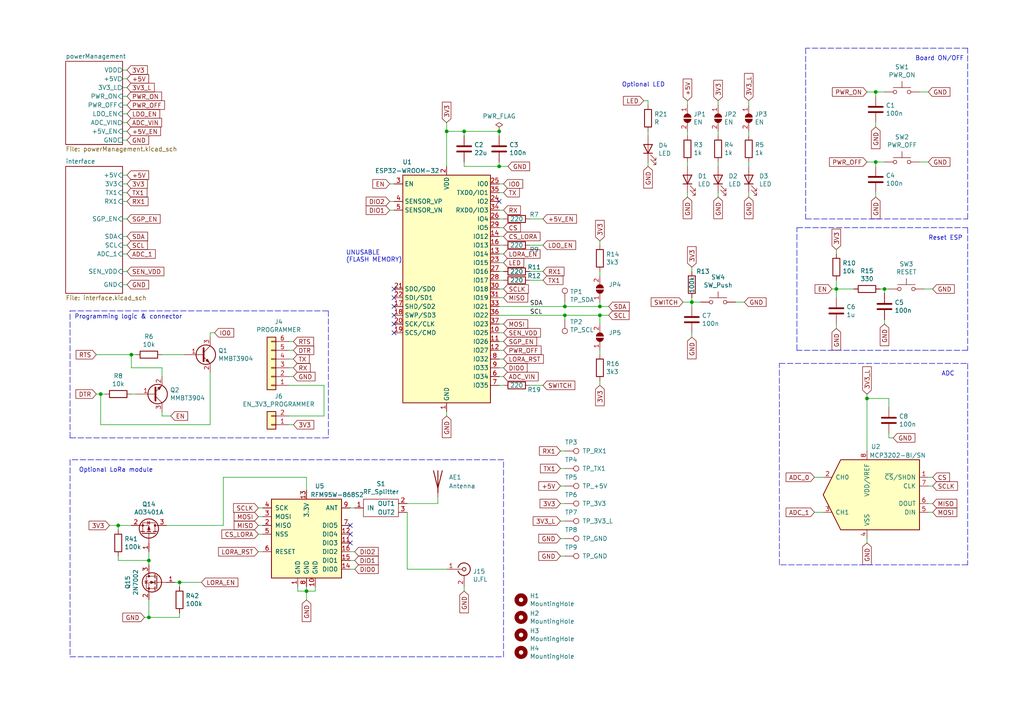
<source format=kicad_sch>
(kicad_sch (version 20211123) (generator eeschema)
  (paper "A4")
  (title_block (title "mainBoard") (rev "v1.0"))
  (junction (at 163.83 91.44))
  (junction (at 88.9 171.45))
  (junction (at 43.18 179.07))
  (junction (at 144.78 48.26))
  (junction (at 29.21 114.3))
  (junction (at 34.29 152.4))
  (junction (at 173.99 91.44))
  (junction (at 134.62 38.1))
  (junction (at 129.54 38.1))
  (junction (at 144.78 38.1))
  (junction (at 242.57 83.82))
  (junction (at 38.1 102.87))
  (junction (at 43.18 162.56))
  (junction (at 163.83 88.9))
  (junction (at 200.66 87.63))
  (junction (at 254 46.99))
  (junction (at 173.99 88.9))
  (junction (at 256.54 83.82))
  (junction (at 52.07 168.91))
  (junction (at 254 26.67))
  (junction (at 251.46 115.57))
  (no_connect (at 101.6 157.48))
  (no_connect (at 114.3 91.44))
  (no_connect (at 114.3 83.82))
  (no_connect (at 114.3 88.9))
  (no_connect (at 114.3 93.98))
  (no_connect (at 144.78 58.42))
  (no_connect (at 101.6 152.4))
  (no_connect (at 114.3 96.52))
  (no_connect (at 101.6 154.94))
  (no_connect (at 114.3 86.36))
  (polyline (pts (xy 20.32 190.5) (xy 146.05 190.5)))
  (wire (pts (xy 129.54 38.1) (xy 129.54 48.26)))
  (wire (pts (xy 118.11 146.05) (xy 127 146.05)))
  (polyline (pts (xy 226.06 105.41) (xy 280.67 105.41)))
  (wire (pts (xy 200.66 86.36) (xy 200.66 87.63)))
  (wire (pts (xy 36.83 68.58) (xy 35.56 68.58)))
  (wire (pts (xy 199.39 38.1) (xy 199.39 39.37)))
  (wire (pts (xy 34.29 152.4) (xy 38.1 152.4)))
  (wire (pts (xy 64.77 152.4) (xy 64.77 138.43)))
  (wire (pts (xy 270.51 140.97) (xy 269.24 140.97)))
  (wire (pts (xy 88.9 171.45) (xy 88.9 170.18)))
  (wire (pts (xy 144.78 111.76) (xy 146.05 111.76)))
  (wire (pts (xy 41.91 179.07) (xy 43.18 179.07)))
  (wire (pts (xy 60.96 107.95) (xy 60.96 123.19)))
  (wire (pts (xy 134.62 38.1) (xy 144.78 38.1)))
  (wire (pts (xy 257.81 115.57) (xy 257.81 118.11)))
  (wire (pts (xy 144.78 109.22) (xy 146.05 109.22)))
  (wire (pts (xy 187.96 38.1) (xy 187.96 39.37)))
  (wire (pts (xy 251.46 115.57) (xy 257.81 115.57)))
  (wire (pts (xy 83.82 99.06) (xy 85.09 99.06)))
  (wire (pts (xy 242.57 83.82) (xy 242.57 81.28)))
  (wire (pts (xy 217.17 38.1) (xy 217.17 39.37)))
  (wire (pts (xy 36.83 71.12) (xy 35.56 71.12)))
  (wire (pts (xy 217.17 29.21) (xy 217.17 30.48)))
  (wire (pts (xy 146.05 66.04) (xy 144.78 66.04)))
  (wire (pts (xy 39.37 102.87) (xy 38.1 102.87)))
  (wire (pts (xy 46.99 106.68) (xy 46.99 109.22)))
  (wire (pts (xy 270.51 148.59) (xy 269.24 148.59)))
  (wire (pts (xy 29.21 114.3) (xy 30.48 114.3)))
  (wire (pts (xy 173.99 69.85) (xy 173.99 71.12)))
  (wire (pts (xy 251.46 26.67) (xy 254 26.67)))
  (wire (pts (xy 43.18 173.99) (xy 43.18 179.07)))
  (wire (pts (xy 38.1 102.87) (xy 27.94 102.87)))
  (wire (pts (xy 34.29 161.29) (xy 34.29 162.56)))
  (wire (pts (xy 238.76 148.59) (xy 236.22 148.59)))
  (wire (pts (xy 114.3 53.34) (xy 113.03 53.34)))
  (wire (pts (xy 257.81 127) (xy 259.08 127)))
  (wire (pts (xy 36.83 58.42) (xy 35.56 58.42)))
  (wire (pts (xy 163.83 88.9) (xy 163.83 87.63)))
  (wire (pts (xy 163.83 156.21) (xy 162.56 156.21)))
  (wire (pts (xy 254 26.67) (xy 256.54 26.67)))
  (wire (pts (xy 200.66 97.79) (xy 200.66 96.52)))
  (wire (pts (xy 144.78 106.68) (xy 146.05 106.68)))
  (wire (pts (xy 118.11 148.59) (xy 118.11 165.1)))
  (wire (pts (xy 173.99 111.76) (xy 173.99 110.49)))
  (wire (pts (xy 34.29 152.4) (xy 34.29 153.67)))
  (wire (pts (xy 144.78 104.14) (xy 146.05 104.14)))
  (wire (pts (xy 35.56 63.5) (xy 36.83 63.5)))
  (wire (pts (xy 35.56 22.86) (xy 36.83 22.86)))
  (wire (pts (xy 88.9 171.45) (xy 91.44 171.45)))
  (wire (pts (xy 46.99 119.38) (xy 46.99 120.65)))
  (polyline (pts (xy 233.68 13.97) (xy 233.68 63.5)))
  (wire (pts (xy 114.3 60.96) (xy 113.03 60.96)))
  (wire (pts (xy 251.46 46.99) (xy 254 46.99)))
  (wire (pts (xy 144.78 38.1) (xy 144.78 39.37)))
  (wire (pts (xy 254 48.26) (xy 254 46.99)))
  (wire (pts (xy 173.99 91.44) (xy 173.99 93.98)))
  (wire (pts (xy 38.1 114.3) (xy 39.37 114.3)))
  (wire (pts (xy 86.36 170.18) (xy 86.36 171.45)))
  (polyline (pts (xy 280.67 66.04) (xy 280.67 101.6)))
  (polyline (pts (xy 280.67 105.41) (xy 280.67 163.83)))
  (wire (pts (xy 144.78 68.58) (xy 146.05 68.58)))
  (polyline (pts (xy 233.68 63.5) (xy 280.67 63.5)))
  (wire (pts (xy 144.78 91.44) (xy 163.83 91.44)))
  (wire (pts (xy 52.07 168.91) (xy 58.42 168.91)))
  (wire (pts (xy 144.78 63.5) (xy 146.05 63.5)))
  (wire (pts (xy 46.99 120.65) (xy 49.53 120.65)))
  (wire (pts (xy 102.87 162.56) (xy 101.6 162.56)))
  (wire (pts (xy 43.18 162.56) (xy 43.18 163.83)))
  (wire (pts (xy 38.1 102.87) (xy 38.1 106.68)))
  (wire (pts (xy 217.17 55.88) (xy 217.17 57.15)))
  (wire (pts (xy 208.28 29.21) (xy 208.28 30.48)))
  (wire (pts (xy 83.82 109.22) (xy 85.09 109.22)))
  (wire (pts (xy 163.83 130.81) (xy 162.56 130.81)))
  (wire (pts (xy 134.62 46.99) (xy 134.62 48.26)))
  (wire (pts (xy 144.78 99.06) (xy 146.05 99.06)))
  (wire (pts (xy 153.67 71.12) (xy 157.48 71.12)))
  (wire (pts (xy 200.66 87.63) (xy 203.2 87.63)))
  (polyline (pts (xy 280.67 63.5) (xy 280.67 13.97)))
  (wire (pts (xy 35.56 35.56) (xy 36.83 35.56)))
  (wire (pts (xy 254 57.15) (xy 254 55.88)))
  (polyline (pts (xy 226.06 163.83) (xy 226.06 105.41)))
  (wire (pts (xy 29.21 114.3) (xy 27.94 114.3)))
  (wire (pts (xy 91.44 171.45) (xy 91.44 170.18)))
  (wire (pts (xy 146.05 86.36) (xy 144.78 86.36)))
  (wire (pts (xy 187.96 30.48) (xy 187.96 29.21)))
  (wire (pts (xy 199.39 57.15) (xy 199.39 55.88)))
  (polyline (pts (xy 280.67 163.83) (xy 226.06 163.83)))
  (wire (pts (xy 254 46.99) (xy 256.54 46.99)))
  (wire (pts (xy 127 146.05) (xy 127 144.145)))
  (wire (pts (xy 86.36 171.45) (xy 88.9 171.45)))
  (wire (pts (xy 74.93 147.32) (xy 76.2 147.32)))
  (wire (pts (xy 163.83 88.9) (xy 173.99 88.9)))
  (wire (pts (xy 36.83 40.64) (xy 35.56 40.64)))
  (wire (pts (xy 93.98 111.76) (xy 83.82 111.76)))
  (wire (pts (xy 266.7 26.67) (xy 269.24 26.67)))
  (wire (pts (xy 144.78 88.9) (xy 163.83 88.9)))
  (wire (pts (xy 36.83 82.55) (xy 35.56 82.55)))
  (wire (pts (xy 129.54 38.1) (xy 134.62 38.1)))
  (polyline (pts (xy 146.05 133.35) (xy 20.32 133.35)))
  (wire (pts (xy 163.83 91.44) (xy 173.99 91.44)))
  (wire (pts (xy 254 27.94) (xy 254 26.67)))
  (wire (pts (xy 153.67 78.74) (xy 157.48 78.74)))
  (wire (pts (xy 144.78 83.82) (xy 146.05 83.82)))
  (wire (pts (xy 163.83 146.05) (xy 162.56 146.05)))
  (wire (pts (xy 76.2 149.86) (xy 74.93 149.86)))
  (wire (pts (xy 146.05 55.88) (xy 144.78 55.88)))
  (wire (pts (xy 101.6 147.32) (xy 102.87 147.32)))
  (wire (pts (xy 144.78 78.74) (xy 146.05 78.74)))
  (wire (pts (xy 257.81 125.73) (xy 257.81 127)))
  (wire (pts (xy 242.57 83.82) (xy 247.65 83.82)))
  (wire (pts (xy 36.83 53.34) (xy 35.56 53.34)))
  (wire (pts (xy 187.96 48.26) (xy 187.96 46.99)))
  (polyline (pts (xy 231.14 101.6) (xy 231.14 66.04)))
  (wire (pts (xy 242.57 95.25) (xy 242.57 93.98)))
  (wire (pts (xy 144.78 53.34) (xy 146.05 53.34)))
  (wire (pts (xy 144.78 71.12) (xy 146.05 71.12)))
  (wire (pts (xy 101.6 165.1) (xy 102.87 165.1)))
  (wire (pts (xy 60.96 96.52) (xy 62.23 96.52)))
  (wire (pts (xy 144.78 73.66) (xy 146.05 73.66)))
  (wire (pts (xy 144.78 46.99) (xy 144.78 48.26)))
  (polyline (pts (xy 20.32 127) (xy 95.25 127)))
  (wire (pts (xy 35.56 50.8) (xy 36.83 50.8)))
  (polyline (pts (xy 20.32 90.17) (xy 95.25 90.17)))
  (wire (pts (xy 173.99 78.74) (xy 173.99 80.01)))
  (wire (pts (xy 200.66 88.9) (xy 200.66 87.63)))
  (wire (pts (xy 200.66 77.47) (xy 200.66 78.74)))
  (wire (pts (xy 52.07 179.07) (xy 52.07 177.8)))
  (wire (pts (xy 134.62 38.1) (xy 134.62 39.37)))
  (polyline (pts (xy 95.25 90.17) (xy 95.25 127)))
  (wire (pts (xy 93.98 120.65) (xy 93.98 111.76)))
  (wire (pts (xy 34.29 152.4) (xy 31.75 152.4)))
  (wire (pts (xy 34.29 162.56) (xy 43.18 162.56)))
  (wire (pts (xy 36.83 55.88) (xy 35.56 55.88)))
  (wire (pts (xy 163.83 91.44) (xy 163.83 92.71)))
  (wire (pts (xy 269.24 46.99) (xy 266.7 46.99)))
  (wire (pts (xy 251.46 157.48) (xy 251.46 156.21)))
  (wire (pts (xy 255.27 83.82) (xy 256.54 83.82)))
  (wire (pts (xy 38.1 106.68) (xy 46.99 106.68)))
  (wire (pts (xy 256.54 85.09) (xy 256.54 83.82)))
  (wire (pts (xy 50.8 168.91) (xy 52.07 168.91)))
  (wire (pts (xy 74.93 152.4) (xy 76.2 152.4)))
  (polyline (pts (xy 280.67 13.97) (xy 233.68 13.97)))
  (wire (pts (xy 199.39 46.99) (xy 199.39 48.26)))
  (wire (pts (xy 35.56 38.1) (xy 36.83 38.1)))
  (wire (pts (xy 173.99 88.9) (xy 173.99 87.63)))
  (wire (pts (xy 269.24 138.43) (xy 270.51 138.43)))
  (wire (pts (xy 134.62 171.45) (xy 134.62 170.18)))
  (wire (pts (xy 144.78 76.2) (xy 146.05 76.2)))
  (polyline (pts (xy 20.32 133.35) (xy 20.32 190.5)))
  (wire (pts (xy 162.56 161.29) (xy 163.83 161.29)))
  (wire (pts (xy 83.82 120.65) (xy 93.98 120.65)))
  (polyline (pts (xy 146.05 190.5) (xy 146.05 133.35)))
  (wire (pts (xy 162.56 151.13) (xy 163.83 151.13)))
  (polyline (pts (xy 280.67 101.6) (xy 231.14 101.6)))
  (wire (pts (xy 144.78 60.96) (xy 146.05 60.96)))
  (wire (pts (xy 48.26 152.4) (xy 64.77 152.4)))
  (wire (pts (xy 199.39 29.21) (xy 199.39 30.48)))
  (wire (pts (xy 76.2 160.02) (xy 74.93 160.02)))
  (wire (pts (xy 162.56 140.97) (xy 163.83 140.97)))
  (wire (pts (xy 43.18 160.02) (xy 43.18 162.56)))
  (wire (pts (xy 29.21 123.19) (xy 29.21 114.3)))
  (wire (pts (xy 88.9 138.43) (xy 88.9 142.24)))
  (wire (pts (xy 153.67 81.28) (xy 157.48 81.28)))
  (wire (pts (xy 208.28 38.1) (xy 208.28 39.37)))
  (wire (pts (xy 173.99 91.44) (xy 176.53 91.44)))
  (wire (pts (xy 129.54 35.56) (xy 129.54 38.1)))
  (wire (pts (xy 52.07 168.91) (xy 52.07 170.18)))
  (wire (pts (xy 46.99 102.87) (xy 53.34 102.87)))
  (wire (pts (xy 269.24 146.05) (xy 270.51 146.05)))
  (wire (pts (xy 129.54 120.65) (xy 129.54 119.38)))
  (wire (pts (xy 153.67 63.5) (xy 157.48 63.5)))
  (wire (pts (xy 238.76 138.43) (xy 236.22 138.43)))
  (polyline (pts (xy 231.14 66.04) (xy 280.67 66.04)))
  (wire (pts (xy 101.6 160.02) (xy 102.87 160.02)))
  (wire (pts (xy 198.12 87.63) (xy 200.66 87.63)))
  (wire (pts (xy 187.96 29.21) (xy 186.69 29.21)))
  (wire (pts (xy 270.51 83.82) (xy 267.97 83.82)))
  (wire (pts (xy 144.78 96.52) (xy 146.05 96.52)))
  (wire (pts (xy 36.83 27.94) (xy 35.56 27.94)))
  (wire (pts (xy 163.83 135.89) (xy 162.56 135.89)))
  (wire (pts (xy 242.57 72.39) (xy 242.57 73.66)))
  (wire (pts (xy 60.96 97.79) (xy 60.96 96.52)))
  (wire (pts (xy 173.99 88.9) (xy 176.53 88.9)))
  (wire (pts (xy 144.78 93.98) (xy 146.05 93.98)))
  (wire (pts (xy 134.62 48.26) (xy 144.78 48.26)))
  (wire (pts (xy 36.83 73.66) (xy 35.56 73.66)))
  (wire (pts (xy 35.56 30.48) (xy 36.83 30.48)))
  (wire (pts (xy 83.82 123.19) (xy 85.09 123.19)))
  (wire (pts (xy 36.83 33.02) (xy 35.56 33.02)))
  (wire (pts (xy 118.11 165.1) (xy 129.54 165.1)))
  (wire (pts (xy 254 36.83) (xy 254 35.56)))
  (wire (pts (xy 35.56 25.4) (xy 36.83 25.4)))
  (wire (pts (xy 208.28 46.99) (xy 208.28 48.26)))
  (wire (pts (xy 241.3 83.82) (xy 242.57 83.82)))
  (wire (pts (xy 242.57 86.36) (xy 242.57 83.82)))
  (wire (pts (xy 43.18 179.07) (xy 52.07 179.07)))
  (wire (pts (xy 256.54 83.82) (xy 257.81 83.82)))
  (wire (pts (xy 256.54 93.98) (xy 256.54 92.71)))
  (wire (pts (xy 144.78 81.28) (xy 146.05 81.28)))
  (wire (pts (xy 144.78 48.26) (xy 147.32 48.26)))
  (wire (pts (xy 173.99 101.6) (xy 173.99 102.87)))
  (wire (pts (xy 251.46 115.57) (xy 251.46 130.81)))
  (wire (pts (xy 88.9 173.99) (xy 88.9 171.45)))
  (wire (pts (xy 83.82 106.68) (xy 85.09 106.68)))
  (wire (pts (xy 217.17 46.99) (xy 217.17 48.26)))
  (wire (pts (xy 35.56 20.32) (xy 36.83 20.32)))
  (wire (pts (xy 83.82 101.6) (xy 85.09 101.6)))
  (wire (pts (xy 153.67 111.76) (xy 157.48 111.76)))
  (wire (pts (xy 144.78 101.6) (xy 146.05 101.6)))
  (wire (pts (xy 60.96 123.19) (xy 29.21 123.19)))
  (wire (pts (xy 83.82 104.14) (xy 85.09 104.14)))
  (wire (pts (xy 213.36 87.63) (xy 215.9 87.63)))
  (wire (pts (xy 64.77 138.43) (xy 88.9 138.43)))
  (wire (pts (xy 76.2 154.94) (xy 74.93 154.94)))
  (wire (pts (xy 251.46 114.3) (xy 251.46 115.57)))
  (wire (pts (xy 208.28 55.88) (xy 208.28 57.15)))
  (wire (pts (xy 36.83 78.74) (xy 35.56 78.74)))
  (wire (pts (xy 113.03 58.42) (xy 114.3 58.42)))
  (polyline (pts (xy 20.32 127) (xy 20.32 90.17)))
  (text "ADC" (at 273.05 109.22 0) (effects (font (size 1.27 1.27)) (justify left bottom)))
  (text "Programming logic & connector" (at 21.59 92.71 0) (effects (font (size 1.27 1.27)) (justify left bottom)))
  (text "Reset ESP" (at 269.24 69.85 0) (effects (font (size 1.27 1.27)) (justify left bottom)))
  (text "Optional LoRa module" (at 22.86 137.16 0) (effects (font (size 1.27 1.27)) (justify left bottom)))
  (text "UNUSABLE\n(FLASH MEMORY)" (at 100.33 76.2 0) (effects (font (size 1.27 1.27)) (justify left bottom)))
  (text "Board ON/OFF" (at 265.43 17.78 0) (effects (font (size 1.27 1.27)) (justify left bottom)))
  (text "Optional LED" (at 180.34 25.4 0) (effects (font (size 1.27 1.27)) (justify left bottom)))
  (label "SCL" (at 153.67 91.44 0))
  (label "SDA" (at 153.67 88.9 0))
  (global_label "+5V_EN" (shape input) (at 157.48 63.5 0) (property "Intersheet References" "${INTERSHEET_REFS}" (effects hide)))
  (global_label "SCLK" (shape input) (at 146.05 83.82 0) (property "Intersheet References" "${INTERSHEET_REFS}" (effects hide)))
  (global_label "+5V" (shape input) (at 162.56 140.97 180) (property "Intersheet References" "${INTERSHEET_REFS}" (effects hide)))
  (global_label "3V3_L" (shape input) (at 162.56 151.13 180) (property "Intersheet References" "${INTERSHEET_REFS}" (effects hide)))
  (global_label "GND" (shape input) (at 134.62 171.45 270) (property "Intersheet References" "${INTERSHEET_REFS}" (effects hide)))
  (global_label "GND" (shape input) (at 256.54 93.98 270) (property "Intersheet References" "${INTERSHEET_REFS}" (effects hide)))
  (global_label "GND" (shape input) (at 269.24 46.99 0) (property "Intersheet References" "${INTERSHEET_REFS}" (effects hide)))
  (global_label "GND" (shape input) (at 147.32 48.26 0) (property "Intersheet References" "${INTERSHEET_REFS}" (effects hide)))
  (global_label "GND" (shape input) (at 162.56 156.21 180) (property "Intersheet References" "${INTERSHEET_REFS}" (effects hide)))
  (global_label "MISO" (shape input) (at 146.05 86.36 0) (property "Intersheet References" "${INTERSHEET_REFS}" (effects hide)))
  (global_label "GND" (shape input) (at 162.56 161.29 180) (property "Intersheet References" "${INTERSHEET_REFS}" (effects hide)))
  (global_label "GND" (shape input) (at 88.9 173.99 270) (property "Intersheet References" "${INTERSHEET_REFS}" (effects hide)))
  (global_label "+5V" (shape input) (at 36.83 50.8 0) (property "Intersheet References" "${INTERSHEET_REFS}" (effects hide)))
  (global_label "3V3_L" (shape input) (at 36.83 25.4 0) (property "Intersheet References" "${INTERSHEET_REFS}" (effects hide)))
  (global_label "SCLK" (shape input) (at 74.93 147.32 180) (property "Intersheet References" "${INTERSHEET_REFS}" (effects hide)))
  (global_label "3V3_L" (shape input) (at 251.46 114.3 90) (property "Intersheet References" "${INTERSHEET_REFS}" (effects hide)))
  (global_label "TX1" (shape input) (at 157.48 81.28 0) (property "Intersheet References" "${INTERSHEET_REFS}" (effects hide)))
  (global_label "ADC_VIN" (shape input) (at 36.83 35.56 0) (property "Intersheet References" "${INTERSHEET_REFS}" (effects hide)))
  (global_label "LED" (shape input) (at 146.05 76.2 0) (property "Intersheet References" "${INTERSHEET_REFS}" (effects hide)))
  (global_label "GND" (shape input) (at 129.54 120.65 270) (property "Intersheet References" "${INTERSHEET_REFS}" (effects hide)))
  (global_label "GND" (shape input) (at 251.46 157.48 270) (property "Intersheet References" "${INTERSHEET_REFS}" (effects hide)))
  (global_label "3V3" (shape input) (at 173.99 111.76 270) (property "Intersheet References" "${INTERSHEET_REFS}" (effects hide)))
  (global_label "DIO1" (shape input) (at 102.87 162.56 0) (property "Intersheet References" "${INTERSHEET_REFS}" (effects hide)))
  (global_label "ADC_1" (shape input) (at 36.83 73.66 0) (property "Intersheet References" "${INTERSHEET_REFS}" (effects hide)))
  (global_label "GND" (shape input) (at 217.17 57.15 270) (property "Intersheet References" "${INTERSHEET_REFS}" (effects hide)))
  (global_label "DIO2" (shape input) (at 102.87 160.02 0) (property "Intersheet References" "${INTERSHEET_REFS}" (effects hide)))
  (global_label "GND" (shape input) (at 41.91 179.07 180) (property "Intersheet References" "${INTERSHEET_REFS}" (effects hide)))
  (global_label "PWR_OFF" (shape input) (at 36.83 30.48 0) (property "Intersheet References" "${INTERSHEET_REFS}" (effects hide)))
  (global_label "ADC_VIN" (shape input) (at 146.05 109.22 0) (property "Intersheet References" "${INTERSHEET_REFS}" (effects hide)))
  (global_label "CS_LORA" (shape input) (at 146.05 68.58 0) (property "Intersheet References" "${INTERSHEET_REFS}" (effects hide)))
  (global_label "TX" (shape input) (at 146.05 55.88 0) (property "Intersheet References" "${INTERSHEET_REFS}" (effects hide)))
  (global_label "SEN_VDD" (shape input) (at 146.05 96.52 0) (property "Intersheet References" "${INTERSHEET_REFS}" (effects hide)))
  (global_label "MISO" (shape input) (at 270.51 146.05 0) (property "Intersheet References" "${INTERSHEET_REFS}" (effects hide)))
  (global_label "3V3" (shape input) (at 162.56 146.05 180) (property "Intersheet References" "${INTERSHEET_REFS}" (effects hide)))
  (global_label "DIO0" (shape input) (at 102.87 165.1 0) (property "Intersheet References" "${INTERSHEET_REFS}" (effects hide)))
  (global_label "3V3" (shape input) (at 85.09 123.19 0) (property "Intersheet References" "${INTERSHEET_REFS}" (effects hide)))
  (global_label "LDO_EN" (shape input) (at 157.48 71.12 0) (property "Intersheet References" "${INTERSHEET_REFS}" (effects hide)))
  (global_label "TX" (shape input) (at 85.09 104.14 0) (property "Intersheet References" "${INTERSHEET_REFS}" (effects hide)))
  (global_label "GND" (shape input) (at 254 36.83 270) (property "Intersheet References" "${INTERSHEET_REFS}" (effects hide)))
  (global_label "GND" (shape input) (at 85.09 109.22 0) (property "Intersheet References" "${INTERSHEET_REFS}" (effects hide)))
  (global_label "+5V" (shape input) (at 36.83 22.86 0) (property "Intersheet References" "${INTERSHEET_REFS}" (effects hide)))
  (global_label "TX1" (shape input) (at 36.83 55.88 0) (property "Intersheet References" "${INTERSHEET_REFS}" (effects hide)))
  (global_label "DIO2" (shape input) (at 113.03 58.42 180) (property "Intersheet References" "${INTERSHEET_REFS}" (effects hide)))
  (global_label "RTS" (shape input) (at 85.09 99.06 0) (property "Intersheet References" "${INTERSHEET_REFS}" (effects hide)))
  (global_label "SWITCH" (shape input) (at 198.12 87.63 180) (property "Intersheet References" "${INTERSHEET_REFS}" (effects hide)))
  (global_label "TX1" (shape input) (at 162.56 135.89 180) (property "Intersheet References" "${INTERSHEET_REFS}" (effects hide)))
  (global_label "3V3" (shape input) (at 208.28 29.21 90) (property "Intersheet References" "${INTERSHEET_REFS}" (effects hide)))
  (global_label "IO0" (shape input) (at 62.23 96.52 0) (property "Intersheet References" "${INTERSHEET_REFS}" (effects hide)))
  (global_label "CS_LORA" (shape input) (at 74.93 154.94 180) (property "Intersheet References" "${INTERSHEET_REFS}" (effects hide)))
  (global_label "MISO" (shape input) (at 74.93 152.4 180) (property "Intersheet References" "${INTERSHEET_REFS}" (effects hide)))
  (global_label "LED" (shape input) (at 186.69 29.21 180) (property "Intersheet References" "${INTERSHEET_REFS}" (effects hide)))
  (global_label "GND" (shape input) (at 259.08 127 0) (property "Intersheet References" "${INTERSHEET_REFS}" (effects hide)))
  (global_label "GND" (shape input) (at 208.28 57.15 270) (property "Intersheet References" "${INTERSHEET_REFS}" (effects hide)))
  (global_label "IO0" (shape input) (at 146.05 53.34 0) (property "Intersheet References" "${INTERSHEET_REFS}" (effects hide)))
  (global_label "LORA_EN" (shape input) (at 58.42 168.91 0) (property "Intersheet References" "${INTERSHEET_REFS}" (effects hide)))
  (global_label "PWR_OFF" (shape input) (at 251.46 46.99 180) (property "Intersheet References" "${INTERSHEET_REFS}" (effects hide)))
  (global_label "DIO0" (shape input) (at 146.05 106.68 0) (property "Intersheet References" "${INTERSHEET_REFS}" (effects hide)))
  (global_label "PWR_ON" (shape input) (at 36.83 27.94 0) (property "Intersheet References" "${INTERSHEET_REFS}" (effects hide)))
  (global_label "LDO_EN" (shape input) (at 36.83 33.02 0) (property "Intersheet References" "${INTERSHEET_REFS}" (effects hide)))
  (global_label "3V3" (shape input) (at 31.75 152.4 180) (property "Intersheet References" "${INTERSHEET_REFS}" (effects hide)))
  (global_label "+5V" (shape input) (at 199.39 29.21 90) (property "Intersheet References" "${INTERSHEET_REFS}" (effects hide)))
  (global_label "LORA_RST" (shape input) (at 146.05 104.14 0) (property "Intersheet References" "${INTERSHEET_REFS}" (effects hide)))
  (global_label "GND" (shape input) (at 200.66 97.79 270) (property "Intersheet References" "${INTERSHEET_REFS}" (effects hide)))
  (global_label "SEN_VDD" (shape input) (at 36.83 78.74 0) (property "Intersheet References" "${INTERSHEET_REFS}" (effects hide)))
  (global_label "SGP_EN" (shape input) (at 36.83 63.5 0) (property "Intersheet References" "${INTERSHEET_REFS}" (effects hide)))
  (global_label "SDA" (shape input) (at 36.83 68.58 0) (property "Intersheet References" "${INTERSHEET_REFS}" (effects hide)))
  (global_label "3V3" (shape input) (at 173.99 69.85 90) (property "Intersheet References" "${INTERSHEET_REFS}" (effects hide)))
  (global_label "3V3" (shape input) (at 36.83 53.34 0) (property "Intersheet References" "${INTERSHEET_REFS}" (effects hide)))
  (global_label "RX1" (shape input) (at 162.56 130.81 180) (property "Intersheet References" "${INTERSHEET_REFS}" (effects hide)))
  (global_label "SWITCH" (shape input) (at 157.48 111.76 0) (property "Intersheet References" "${INTERSHEET_REFS}" (effects hide)))
  (global_label "EN" (shape input) (at 113.03 53.34 180) (property "Intersheet References" "${INTERSHEET_REFS}" (effects hide)))
  (global_label "DIO1" (shape input) (at 113.03 60.96 180) (property "Intersheet References" "${INTERSHEET_REFS}" (effects hide)))
  (global_label "LORA_EN" (shape input) (at 146.05 73.66 0) (property "Intersheet References" "${INTERSHEET_REFS}" (effects hide)))
  (global_label "SCL" (shape input) (at 176.53 91.44 0) (property "Intersheet References" "${INTERSHEET_REFS}" (effects hide)))
  (global_label "RX1" (shape input) (at 36.83 58.42 0) (property "Intersheet References" "${INTERSHEET_REFS}" (effects hide)))
  (global_label "SCLK" (shape input) (at 270.51 140.97 0) (property "Intersheet References" "${INTERSHEET_REFS}" (effects hide)))
  (global_label "MOSI" (shape input) (at 146.05 93.98 0) (property "Intersheet References" "${INTERSHEET_REFS}" (effects hide)))
  (global_label "DTR" (shape input) (at 85.09 101.6 0) (property "Intersheet References" "${INTERSHEET_REFS}" (effects hide)))
  (global_label "GND" (shape input) (at 254 57.15 270) (property "Intersheet References" "${INTERSHEET_REFS}" (effects hide)))
  (global_label "GND" (shape input) (at 36.83 40.64 0) (property "Intersheet References" "${INTERSHEET_REFS}" (effects hide)))
  (global_label "3V3" (shape input) (at 36.83 20.32 0) (property "Intersheet References" "${INTERSHEET_REFS}" (effects hide)))
  (global_label "3V3" (shape input) (at 129.54 35.56 90) (property "Intersheet References" "${INTERSHEET_REFS}" (effects hide)))
  (global_label "CS" (shape input) (at 270.51 138.43 0) (property "Intersheet References" "${INTERSHEET_REFS}" (effects hide)))
  (global_label "+5V_EN" (shape input) (at 36.83 38.1 0) (property "Intersheet References" "${INTERSHEET_REFS}" (effects hide)))
  (global_label "GND" (shape input) (at 270.51 83.82 0) (property "Intersheet References" "${INTERSHEET_REFS}" (effects hide)))
  (global_label "RTS" (shape input) (at 27.94 102.87 180) (property "Intersheet References" "${INTERSHEET_REFS}" (effects hide)))
  (global_label "SGP_EN" (shape input) (at 146.05 99.06 0) (property "Intersheet References" "${INTERSHEET_REFS}" (effects hide)))
  (global_label "GND" (shape input) (at 187.96 48.26 270) (property "Intersheet References" "${INTERSHEET_REFS}" (effects hide)))
  (global_label "3V3" (shape input) (at 242.57 72.39 90) (property "Intersheet References" "${INTERSHEET_REFS}" (effects hide)))
  (global_label "GND" (shape input) (at 269.24 26.67 0) (property "Intersheet References" "${INTERSHEET_REFS}" (effects hide)))
  (global_label "PWR_ON" (shape input) (at 251.46 26.67 180) (property "Intersheet References" "${INTERSHEET_REFS}" (effects hide)))
  (global_label "CS" (shape input) (at 146.05 66.04 0) (property "Intersheet References" "${INTERSHEET_REFS}" (effects hide)))
  (global_label "EN" (shape input) (at 241.3 83.82 180) (property "Intersheet References" "${INTERSHEET_REFS}" (effects hide)))
  (global_label "ADC_1" (shape input) (at 236.22 148.59 180) (property "Intersheet References" "${INTERSHEET_REFS}" (effects hide)))
  (global_label "GND" (shape input) (at 242.57 95.25 270) (property "Intersheet References" "${INTERSHEET_REFS}" (effects hide)))
  (global_label "RX" (shape input) (at 85.09 106.68 0) (property "Intersheet References" "${INTERSHEET_REFS}" (effects hide)))
  (global_label "ADC_0" (shape input) (at 236.22 138.43 180) (property "Intersheet References" "${INTERSHEET_REFS}" (effects hide)))
  (global_label "GND" (shape input) (at 215.9 87.63 0) (property "Intersheet References" "${INTERSHEET_REFS}" (effects hide)))
  (global_label "GND" (shape input) (at 199.39 57.15 270) (property "Intersheet References" "${INTERSHEET_REFS}" (effects hide)))
  (global_label "EN" (shape input) (at 49.53 120.65 0) (property "Intersheet References" "${INTERSHEET_REFS}" (effects hide)))
  (global_label "SDA" (shape input) (at 176.53 88.9 0) (property "Intersheet References" "${INTERSHEET_REFS}" (effects hide)))
  (global_label "GND" (shape input) (at 36.83 82.55 0) (property "Intersheet References" "${INTERSHEET_REFS}" (effects hide)))
  (global_label "3V3_L" (shape input) (at 217.17 29.21 90) (property "Intersheet References" "${INTERSHEET_REFS}" (effects hide)))
  (global_label "3V3" (shape input) (at 200.66 77.47 90) (property "Intersheet References" "${INTERSHEET_REFS}" (effects hide)))
  (global_label "PWR_OFF" (shape input) (at 146.05 101.6 0) (property "Intersheet References" "${INTERSHEET_REFS}" (effects hide)))
  (global_label "RX" (shape input) (at 146.05 60.96 0) (property "Intersheet References" "${INTERSHEET_REFS}" (effects hide)))
  (global_label "DTR" (shape input) (at 27.94 114.3 180) (property "Intersheet References" "${INTERSHEET_REFS}" (effects hide)))
  (global_label "MOSI" (shape input) (at 270.51 148.59 0) (property "Intersheet References" "${INTERSHEET_REFS}" (effects hide)))
  (global_label "RX1" (shape input) (at 157.48 78.74 0) (property "Intersheet References" "${INTERSHEET_REFS}" (effects hide)))
  (global_label "SCL" (shape input) (at 36.83 71.12 0) (property "Intersheet References" "${INTERSHEET_REFS}" (effects hide)))
  (global_label "LORA_RST" (shape input) (at 74.93 160.02 180) (property "Intersheet References" "${INTERSHEET_REFS}" (effects hide)))
  (global_label "MOSI" (shape input) (at 74.93 149.86 180) (property "Intersheet References" "${INTERSHEET_REFS}" (effects hide)))
  (symbol (lib_id "Device:C") (at 134.62 43.18 0) (unit 1)
    (property "Reference" "C2" (at 137.541 42.0116 0) (effects (justify left)))
    (property "Value" "22u" (at 137.541 44.323 0) (effects (justify left)))
    (property "Footprint" "Capacitor_SMD:C_0805_2012Metric" (effects hide))
    (property "LCSC" "C45783" (effects hide))
  )
  (symbol (lib_id "Switch:SW_Push") (at 261.62 26.67 0) (unit 1)
    (property "Reference" "SW1" (at 261.62 19.431 0))
    (property "Value" "PWR_ON" (at 261.62 21.7424 0))
    (property "Footprint" "Button_Switch_THT:SW_PUSH_6mm" (effects hide))
  )
  (symbol (lib_id "Switch:SW_Push") (at 261.62 46.99 0) (unit 1)
    (property "Reference" "SW2" (at 261.62 39.751 0))
    (property "Value" "PWR_OFF" (at 261.62 42.0624 0))
    (property "Footprint" "Button_Switch_THT:SW_PUSH_6mm" (effects hide))
  )
  (symbol (lib_id "Device:C") (at 254 31.75 0) (unit 1)
    (property "Reference" "C1" (at 256.921 30.5816 0) (effects (justify left)))
    (property "Value" "100n" (at 256.921 32.893 0) (effects (justify left)))
    (property "Footprint" "Capacitor_SMD:C_0603_1608Metric" (effects hide))
    (property "LCSC" "C1525" (effects hide))
  )
  (symbol (lib_id "Device:C") (at 254 52.07 0) (unit 1)
    (property "Reference" "C4" (at 256.921 50.9016 0) (effects (justify left)))
    (property "Value" "100n" (at 256.921 53.213 0) (effects (justify left)))
    (property "Footprint" "Capacitor_SMD:C_0603_1608Metric" (effects hide))
    (property "LCSC" "C1525" (effects hide))
  )
  (symbol (lib_id "Analog_ADC:MCP3202") (at 251.46 143.51 0) (unit 1)
    (property "Reference" "U2" (at 254 129.54 0))
    (property "Value" "MCP3202-BI/SN" (at 260.35 132.08 0))
    (property "Footprint" "Package_SO:SOIC-8_3.9x4.9mm_P1.27mm" (effects hide))
    (property "Datasheet" "http://ww1.microchip.com/downloads/en/DeviceDoc/21034D.pdf" (effects hide))
  )
  (symbol (lib_id "Device:R") (at 173.99 74.93 0) (unit 1)
    (property "Reference" "R14" (at 175.768 73.7616 0) (effects (justify left)))
    (property "Value" "3k3" (at 175.768 76.073 0) (effects (justify left)))
    (property "Footprint" "Resistor_SMD:R_0805_2012Metric" (effects hide))
    (property "LCSC" "C25890" (effects hide))
  )
  (symbol (lib_id "RF_Module:ESP32-WROOM-32") (at 129.54 83.82 0) (unit 1)
    (property "Reference" "U1" (at 118.11 46.99 0))
    (property "Value" "ESP32-WROOM-32" (at 118.11 49.53 0))
    (property "Footprint" "RF_Module:ESP32-WROOM-32" (effects hide))
    (property "Datasheet" "https://www.espressif.com/sites/default/files/documentation/esp32-wroom-32_datasheet_en.pdf" (effects hide))
    (property "LCSC" "C82899" (effects hide))
    (property "JLCPCB_CORRECTIONS" "0;0;270" (effects hide))
  )
  (symbol (lib_id "Device:R") (at 173.99 106.68 0) (unit 1)
    (property "Reference" "R16" (at 175.768 105.5116 0) (effects (justify left)))
    (property "Value" "3k3" (at 175.768 107.823 0) (effects (justify left)))
    (property "Footprint" "Resistor_SMD:R_0805_2012Metric" (effects hide))
    (property "LCSC" "C25890" (effects hide))
  )
  (symbol (lib_id "Connector:TestPoint") (at 163.83 87.63 0) (unit 1)
    (property "Reference" "TP1" (at 165.3032 84.6328 0) (effects (justify left)))
    (property "Value" "TP_SDA" (at 165.3032 86.9442 0) (effects (justify left)))
    (property "Footprint" "TestPoint:TestPoint_Pad_D1.5mm" (effects hide))
  )
  (symbol (lib_id "Connector:TestPoint") (at 163.83 92.71 180) (unit 1)
    (property "Reference" "TP2" (at 165.3032 93.3704 0) (effects (justify right)))
    (property "Value" "TP_SCL" (at 165.3032 95.6818 0) (effects (justify right)))
    (property "Footprint" "TestPoint:TestPoint_Pad_D1.5mm" (effects hide))
  )
  (symbol (lib_id "Device:C") (at 144.78 43.18 0) (unit 1)
    (property "Reference" "C3" (at 147.701 42.0116 0) (effects (justify left)))
    (property "Value" "100n" (at 147.701 44.323 0) (effects (justify left)))
    (property "Footprint" "Capacitor_SMD:C_0603_1608Metric" (effects hide))
    (property "LCSC" "C1525" (effects hide))
  )
  (symbol (lib_id "Switch:SW_Push") (at 262.89 83.82 0) (unit 1)
    (property "Reference" "SW3" (at 262.89 76.581 0))
    (property "Value" "RESET" (at 262.89 78.8924 0))
    (property "Footprint" "Button_Switch_THT:SW_PUSH_6mm" (effects hide))
  )
  (symbol (lib_id "Device:R") (at 251.46 83.82 270) (unit 1)
    (property "Reference" "R15" (at 251.46 78.5622 90))
    (property "Value" "330" (at 251.46 80.8736 90))
    (property "Footprint" "Resistor_SMD:R_0805_2012Metric" (effects hide))
    (property "LCSC" "C25104" (effects hide))
  )
  (symbol (lib_id "Device:C") (at 256.54 88.9 0) (unit 1)
    (property "Reference" "C5" (at 259.461 87.7316 0) (effects (justify left)))
    (property "Value" "100n" (at 259.461 90.043 0) (effects (justify left)))
    (property "Footprint" "Capacitor_SMD:C_0603_1608Metric" (effects hide))
    (property "LCSC" "C1525" (effects hide))
  )
  (symbol (lib_id "Device:C") (at 242.57 90.17 0) (unit 1)
    (property "Reference" "C6" (at 245.491 89.0016 0) (effects (justify left)))
    (property "Value" "1u" (at 245.491 91.313 0) (effects (justify left)))
    (property "Footprint" "Capacitor_SMD:C_0805_2012Metric" (effects hide))
    (property "LCSC" "C52923" (effects hide))
  )
  (symbol (lib_id "Device:R") (at 242.57 77.47 0) (unit 1)
    (property "Reference" "R10" (at 244.348 76.3016 0) (effects (justify left)))
    (property "Value" "10k" (at 244.348 78.613 0) (effects (justify left)))
    (property "Footprint" "Resistor_SMD:R_0805_2012Metric" (effects hide))
    (property "LCSC" "C25744" (effects hide))
  )
  (symbol (lib_id "Connector:TestPoint") (at 163.83 130.81 270) (unit 1)
    (property "Reference" "TP3" (at 163.83 128.27 90) (effects (justify left)))
    (property "Value" "TP_RX1" (at 168.91 130.81 90) (effects (justify left)))
    (property "Footprint" "TestPoint:TestPoint_Pad_D1.5mm" (effects hide))
  )
  (symbol (lib_id "Connector:TestPoint") (at 163.83 135.89 270) (unit 1)
    (property "Reference" "TP4" (at 163.83 133.35 90) (effects (justify left)))
    (property "Value" "TP_TX1" (at 168.91 135.89 90) (effects (justify left)))
    (property "Footprint" "TestPoint:TestPoint_Pad_D1.5mm" (effects hide))
  )
  (symbol (lib_id "Connector:TestPoint") (at 163.83 140.97 270) (unit 1)
    (property "Reference" "TP5" (at 163.83 138.43 90) (effects (justify left)))
    (property "Value" "TP_+5V" (at 168.91 140.97 90) (effects (justify left)))
    (property "Footprint" "TestPoint:TestPoint_Pad_D1.5mm" (effects hide))
  )
  (symbol (lib_id "Connector:TestPoint") (at 163.83 146.05 270) (unit 1)
    (property "Reference" "TP6" (at 163.83 143.51 90) (effects (justify left)))
    (property "Value" "TP_3V3" (at 168.91 146.05 90) (effects (justify left)))
    (property "Footprint" "TestPoint:TestPoint_Pad_D1.5mm" (effects hide))
  )
  (symbol (lib_id "Connector:TestPoint") (at 163.83 151.13 270) (unit 1)
    (property "Reference" "TP7" (at 163.83 148.59 90) (effects (justify left)))
    (property "Value" "TP_3V3_L" (at 168.91 151.13 90) (effects (justify left)))
    (property "Footprint" "TestPoint:TestPoint_Pad_D1.5mm" (effects hide))
  )
  (symbol (lib_id "Device:R") (at 149.86 63.5 270) (unit 1)
    (property "Reference" "R7" (at 154.94 62.23 90))
    (property "Value" "220" (at 149.86 63.5 90))
    (property "Footprint" "Resistor_SMD:R_0805_2012Metric" (effects hide))
    (property "LCSC" "C25091" (effects hide))
  )
  (symbol (lib_id "Device:R") (at 149.86 81.28 270) (unit 1)
    (property "Reference" "R12" (at 154.94 80.01 90))
    (property "Value" "220" (at 149.86 81.28 90))
    (property "Footprint" "Resistor_SMD:R_0805_2012Metric" (effects hide))
    (property "LCSC" "C25091" (effects hide))
  )
  (symbol (lib_id "Device:R") (at 149.86 78.74 270) (unit 1)
    (property "Reference" "R11" (at 154.94 77.47 90))
    (property "Value" "220" (at 149.86 78.74 90))
    (property "Footprint" "Resistor_SMD:R_0805_2012Metric" (effects hide))
    (property "LCSC" "C25091" (effects hide))
  )
  (symbol (lib_id "Device:C") (at 257.81 121.92 0) (unit 1)
    (property "Reference" "C8" (at 260.731 120.7516 0) (effects (justify left)))
    (property "Value" "100n" (at 260.731 123.063 0) (effects (justify left)))
    (property "Footprint" "Capacitor_SMD:C_0603_1608Metric" (effects hide))
    (property "LCSC" "C1525" (effects hide))
  )
  (symbol (lib_id "Connector:TestPoint") (at 163.83 156.21 270) (unit 1)
    (property "Reference" "TP8" (at 163.83 153.67 90) (effects (justify left)))
    (property "Value" "TP_GND" (at 168.91 156.21 90) (effects (justify left)))
    (property "Footprint" "TestPoint:TestPoint_Pad_D1.5mm" (effects hide))
  )
  (symbol (lib_id "Connector:TestPoint") (at 163.83 161.29 270) (unit 1)
    (property "Reference" "TP9" (at 163.83 158.75 90) (effects (justify left)))
    (property "Value" "TP_GND" (at 168.91 161.29 90) (effects (justify left)))
    (property "Footprint" "TestPoint:TestPoint_Pad_D1.5mm" (effects hide))
  )
  (symbol (lib_id "power:PWR_FLAG") (at 144.78 38.1 0) (unit 1)
    (property "Reference" "#FLG0101" (effects hide))
    (property "Value" "PWR_FLAG" (at 144.78 33.7058 0))
  )
  (symbol (lib_id "Device:R") (at 149.86 71.12 270) (unit 1)
    (property "Reference" "R9" (at 154.94 72.39 90))
    (property "Value" "220" (at 149.86 71.12 90))
    (property "Footprint" "Resistor_SMD:R_0805_2012Metric" (effects hide))
    (property "LCSC" "C25091" (effects hide))
  )
  (symbol (lib_id "Connector:Conn_Coaxial") (at 134.62 165.1 0) (unit 1)
    (property "Reference" "J15" (at 137.16 165.735 0) (effects (justify left)))
    (property "Value" "U.FL" (at 137.16 168.0464 0) (effects (justify left)))
    (property "Footprint" "Connector_Coaxial:U.FL_Hirose_U.FL-R-SMT-1_Vertical" (effects hide))
    (property "Datasheet" "https://www.tme.eu/cz/details/u.fl-r-smt-1-80_c/mikrokonektory/hirose/u-fl-r-smt-1-80/" (effects hide))
  )
  (symbol (lib_id "Device:LED") (at 199.39 52.07 90) (unit 1)
    (property "Reference" "D1" (at 202.3872 51.0794 90) (effects (justify right)))
    (property "Value" "LED" (at 202.3872 53.3908 90) (effects (justify right)))
    (property "Footprint" "LED_SMD:LED_0805_2012Metric_Pad1.15x1.40mm_HandSolder" (effects hide))
  )
  (symbol (lib_id "Device:LED") (at 208.28 52.07 90) (unit 1)
    (property "Reference" "D2" (at 211.2772 51.0794 90) (effects (justify right)))
    (property "Value" "LED" (at 211.2772 53.3908 90) (effects (justify right)))
    (property "Footprint" "LED_SMD:LED_0805_2012Metric_Pad1.15x1.40mm_HandSolder" (effects hide))
  )
  (symbol (lib_id "Device:LED") (at 217.17 52.07 90) (unit 1)
    (property "Reference" "D3" (at 220.1672 51.0794 90) (effects (justify right)))
    (property "Value" "LED" (at 220.1672 53.3908 90) (effects (justify right)))
    (property "Footprint" "LED_SMD:LED_0805_2012Metric_Pad1.15x1.40mm_HandSolder" (effects hide))
  )
  (symbol (lib_id "Device:R") (at 199.39 43.18 0) (unit 1)
    (property "Reference" "R3" (at 201.168 42.0116 0) (effects (justify left)))
    (property "Value" "1k" (at 201.168 44.323 0) (effects (justify left)))
    (property "Footprint" "Resistor_SMD:R_0805_2012Metric" (effects hide))
    (property "LCSC" "C11702" (effects hide))
  )
  (symbol (lib_id "Device:R") (at 208.28 43.18 0) (unit 1)
    (property "Reference" "R4" (at 210.058 42.0116 0) (effects (justify left)))
    (property "Value" "1k" (at 210.058 44.323 0) (effects (justify left)))
    (property "Footprint" "Resistor_SMD:R_0805_2012Metric" (effects hide))
    (property "LCSC" "C11702" (effects hide))
  )
  (symbol (lib_id "Device:R") (at 217.17 43.18 0) (unit 1)
    (property "Reference" "R5" (at 218.948 42.0116 0) (effects (justify left)))
    (property "Value" "1k" (at 218.948 44.323 0) (effects (justify left)))
    (property "Footprint" "Resistor_SMD:R_0805_2012Metric" (effects hide))
    (property "LCSC" "C11702" (effects hide))
  )
  (symbol (lib_id "Jumper:SolderJumper_2_Open") (at 199.39 34.29 270) (unit 1)
    (property "Reference" "JP1" (at 201.1172 33.1216 90) (effects (justify left)))
    (property "Value" "EN" (at 201.1172 35.433 90) (effects (justify left)))
    (property "Footprint" "Jumper:SolderJumper-2_P1.3mm_Open_RoundedPad1.0x1.5mm" (effects hide))
  )
  (symbol (lib_id "Switch:SW_Push") (at 208.28 87.63 0) (unit 1)
    (property "Reference" "SW4" (at 208.28 80.391 0))
    (property "Value" "SW_Push" (at 208.28 82.7024 0))
    (property "Footprint" "Button_Switch_THT:SW_PUSH_6mm" (effects hide))
  )
  (symbol (lib_id "Device:C") (at 200.66 92.71 0) (unit 1)
    (property "Reference" "C7" (at 203.581 91.5416 0) (effects (justify left)))
    (property "Value" "100n" (at 203.581 93.853 0) (effects (justify left)))
    (property "Footprint" "Capacitor_SMD:C_0603_1608Metric" (effects hide))
    (property "LCSC" "C1525" (effects hide))
  )
  (symbol (lib_id "Device:R") (at 200.66 82.55 0) (unit 1)
    (property "Reference" "R13" (at 201.93 78.74 0) (effects (justify left)))
    (property "Value" "100k" (at 200.66 85.09 90) (effects (justify left)))
    (property "Footprint" "Resistor_SMD:R_0805_2012Metric" (effects hide))
    (property "LCSC" "C25741" (effects hide))
  )
  (symbol (lib_id "Jumper:SolderJumper_2_Open") (at 208.28 34.29 270) (unit 1)
    (property "Reference" "JP2" (at 210.0072 33.1216 90) (effects (justify left)))
    (property "Value" "EN" (at 210.0072 35.433 90) (effects (justify left)))
    (property "Footprint" "Jumper:SolderJumper-2_P1.3mm_Open_RoundedPad1.0x1.5mm" (effects hide))
  )
  (symbol (lib_id "Jumper:SolderJumper_2_Open") (at 217.17 34.29 270) (unit 1)
    (property "Reference" "JP3" (at 218.8972 33.1216 90) (effects (justify left)))
    (property "Value" "EN" (at 218.8972 35.433 90) (effects (justify left)))
    (property "Footprint" "Jumper:SolderJumper-2_P1.3mm_Open_RoundedPad1.0x1.5mm" (effects hide))
  )
  (symbol (lib_id "Device:R") (at 149.86 111.76 270) (unit 1)
    (property "Reference" "R19" (at 154.94 113.03 90))
    (property "Value" "220" (at 149.86 111.76 90))
    (property "Footprint" "Resistor_SMD:R_0805_2012Metric" (effects hide))
    (property "LCSC" "C25091" (effects hide))
  )
  (symbol (lib_id "Device:Q_NPN_BEC") (at 58.42 102.87 0) (unit 1)
    (property "Reference" "Q1" (at 63.2714 101.7016 0) (effects (justify left)))
    (property "Value" "MMBT3904" (at 63.2714 104.013 0) (effects (justify left)))
    (property "Footprint" "Package_TO_SOT_SMD:SOT-23" (effects hide))
    (property "LCSC" "C20526" (effects hide))
    (property "JLCPCB_CORRECTIONS" "0;0;180" (effects hide))
  )
  (symbol (lib_id "Device:Q_NPN_BEC") (at 44.45 114.3 0) (mirror x) (unit 1)
    (property "Reference" "Q2" (at 49.3014 113.1316 0) (effects (justify left)))
    (property "Value" "MMBT3904" (at 49.3014 115.443 0) (effects (justify left)))
    (property "Footprint" "Package_TO_SOT_SMD:SOT-23" (effects hide))
    (property "LCSC" "C20526" (effects hide))
    (property "JLCPCB_CORRECTIONS" "0;0;180" (effects hide))
  )
  (symbol (lib_id "Device:R") (at 34.29 114.3 270) (unit 1)
    (property "Reference" "R8" (at 34.29 109.0422 90))
    (property "Value" "10k" (at 34.29 111.3536 90))
    (property "Footprint" "Resistor_SMD:R_0805_2012Metric" (effects hide))
    (property "LCSC" "C25744" (effects hide))
  )
  (symbol (lib_id "Device:R") (at 43.18 102.87 270) (unit 1)
    (property "Reference" "R6" (at 43.18 97.6122 90))
    (property "Value" "10k" (at 43.18 99.9236 90))
    (property "Footprint" "Resistor_SMD:R_0805_2012Metric" (effects hide))
    (property "LCSC" "C25744" (effects hide))
  )
  (symbol (lib_id "iotAirMonitoring:RF_Splitter") (at 110.49 147.32 0) (unit 1)
    (property "Reference" "S1" (at 110.49 140.335 0))
    (property "Value" "RF_Splitter" (at 110.49 142.6464 0))
    (property "Footprint" "mainBoard:RF_Splitter" (effects hide))
  )
  (symbol (lib_id "Device:LED") (at 187.96 43.18 90) (unit 1)
    (property "Reference" "D4" (at 190.9572 42.1894 90) (effects (justify right)))
    (property "Value" "LED" (at 190.9572 44.5008 90) (effects (justify right)))
    (property "Footprint" "LED_SMD:LED_0805_2012Metric_Pad1.15x1.40mm_HandSolder" (effects hide))
  )
  (symbol (lib_id "Device:R") (at 187.96 34.29 0) (unit 1)
    (property "Reference" "R21" (at 189.738 33.1216 0) (effects (justify left)))
    (property "Value" "R" (at 189.738 35.433 0) (effects (justify left)))
    (property "Footprint" "Resistor_SMD:R_0805_2012Metric_Pad1.20x1.40mm_HandSolder" (effects hide))
  )
  (symbol (lib_id "RF_Module:RFM95W-868S2") (at 88.9 154.94 0) (unit 1)
    (property "Reference" "U5" (at 92.71 140.97 0))
    (property "Value" "RFM95W-868S2" (at 97.79 143.51 0))
    (property "Footprint" "RF_Module:HOPERF_RFM9XW_THT" (effects hide))
    (property "Datasheet" "https://www.hoperf.com/data/upload/portal/20181127/5bfcbea20e9ef.pdf" (effects hide))
  )
  (symbol (lib_id "Connector_Generic:Conn_01x02") (at 78.74 123.19 180) (unit 1)
    (property "Reference" "J6" (at 80.8228 114.935 0))
    (property "Value" "EN_3V3_PROGRAMMER" (at 80.8228 117.2464 0))
    (property "Footprint" "Connector_PinHeader_2.54mm:PinHeader_1x02_P2.54mm_Vertical" (effects hide))
  )
  (symbol (lib_id "Connector_Generic:Conn_01x06") (at 78.74 106.68 180) (unit 1)
    (property "Reference" "J4" (at 80.8228 93.345 0))
    (property "Value" "PROGRAMMER" (at 80.8228 95.6564 0))
    (property "Footprint" "Connector_PinHeader_2.54mm:PinHeader_1x06_P2.54mm_Vertical" (effects hide))
  )
  (symbol (lib_id "Mechanical:MountingHole") (at 151.13 173.99 0) (unit 1)
    (property "Reference" "H1" (at 153.67 172.8216 0) (effects (justify left)))
    (property "Value" "MountingHole" (at 153.67 175.133 0) (effects (justify left)))
    (property "Footprint" "MountingHole:MountingHole_3.2mm_M3_Pad_Via" (effects hide))
  )
  (symbol (lib_id "Mechanical:MountingHole") (at 151.13 179.07 0) (unit 1)
    (property "Reference" "H2" (at 153.67 177.9016 0) (effects (justify left)))
    (property "Value" "MountingHole" (at 153.67 180.213 0) (effects (justify left)))
    (property "Footprint" "MountingHole:MountingHole_3.2mm_M3_Pad_Via" (effects hide))
  )
  (symbol (lib_id "Mechanical:MountingHole") (at 151.13 184.15 0) (unit 1)
    (property "Reference" "H3" (at 153.67 182.9816 0) (effects (justify left)))
    (property "Value" "MountingHole" (at 153.67 185.293 0) (effects (justify left)))
    (property "Footprint" "MountingHole:MountingHole_3.2mm_M3_Pad_Via" (effects hide))
  )
  (symbol (lib_id "Mechanical:MountingHole") (at 151.13 189.23 0) (unit 1)
    (property "Reference" "H4" (at 153.67 188.0616 0) (effects (justify left)))
    (property "Value" "MountingHole" (at 153.67 190.373 0) (effects (justify left)))
    (property "Footprint" "MountingHole:MountingHole_3.2mm_M3_Pad_Via" (effects hide))
  )
  (symbol (lib_id "Transistor_FET:2N7002") (at 45.72 168.91 0) (mirror y) (unit 1)
    (property "Reference" "Q15" (at 37.0332 168.91 90))
    (property "Value" "2N7002" (at 39.3446 168.91 90))
    (property "Footprint" "Package_TO_SOT_SMD:SOT-23" (effects hide))
    (property "Datasheet" "https://www.onsemi.com/pub/Collateral/NDS7002A-D.PDF" (effects hide))
    (property "LCSC" "C8545" (effects hide))
    (property "JLCPCB_CORRECTIONS" "0;0;180" (effects hide))
  )
  (symbol (lib_id "Device:Q_PMOS_GSD") (at 43.18 154.94 270) (mirror x) (unit 1)
    (property "Reference" "Q14" (at 43.18 146.2532 90))
    (property "Value" "AO3401A" (at 43.18 148.5646 90))
    (property "Footprint" "Package_TO_SOT_SMD:SOT-23" (effects hide))
    (property "Datasheet" "https://datasheet.lcsc.com/lcsc/1810171817_Alpha-&-Omega-Semicon-AO3401A_C15127.pdf" (effects hide))
    (property "LCSC" "C15127" (effects hide))
    (property "JLCPCB_CORRECTIONS" "0;0;180" (effects hide))
  )
  (symbol (lib_id "Device:R") (at 34.29 157.48 0) (unit 1)
    (property "Reference" "R41" (at 36.068 156.3116 0) (effects (justify left)))
    (property "Value" "100k" (at 36.068 158.623 0) (effects (justify left)))
    (property "Footprint" "Resistor_SMD:R_0805_2012Metric" (effects hide))
    (property "LCSC" "C25741" (effects hide))
  )
  (symbol (lib_id "Device:R") (at 52.07 173.99 0) (unit 1)
    (property "Reference" "R42" (at 53.848 172.8216 0) (effects (justify left)))
    (property "Value" "100k" (at 53.848 175.133 0) (effects (justify left)))
    (property "Footprint" "Resistor_SMD:R_0805_2012Metric" (effects hide))
    (property "LCSC" "C25741" (effects hide))
  )
  (symbol (lib_id "Jumper:SolderJumper_2_Open") (at 173.99 83.82 90) (unit 1)
    (property "Reference" "JP4" (at 176.53 82.5499 90) (effects (justify right)))
    (property "Value" " " (at 176.53 85.0899 90) (effects (justify right)))
    (property "Footprint" "Jumper:SolderJumper-2_P1.3mm_Open_TrianglePad1.0x1.5mm" (effects hide))
  )
  (symbol (lib_name "Antenna_1") (lib_id "Device:Antenna") (at 127 139.065 0) (unit 1)
    (property "Reference" "AE1" (at 130.175 138.4299 0) (effects (justify left)))
    (property "Value" "Antenna" (at 130.175 140.9699 0) (effects (justify left)))
    (property "Footprint" "mainBoard:ANT-868-CHP-T" (effects hide))
    (property "Datasheet" "https://www.tme.eu/Document/64ac2cfc45b9a0e6ef8d84be1b0b82a4/ANT-868-CHP-T.pdf" (effects hide))
    (property "TME" "ANT-868-CHP-T" (effects hide))
  )
  (symbol (lib_id "Jumper:SolderJumper_2_Open") (at 173.99 97.79 90) (unit 1)
    (property "Reference" "JP5" (at 176.53 96.5199 90) (effects (justify right)))
    (property "Value" " " (at 176.53 99.0599 90) (effects (justify right)))
    (property "Footprint" "Jumper:SolderJumper-2_P1.3mm_Open_TrianglePad1.0x1.5mm" (effects hide))
  )
  (sheet (at 19.05 17.78) (size 16.51 24.13)
    (property "Sheet name" "powerManagement" (at 19.05 17.0684 0) (effects (justify left bottom)))
    (property "Sheet file" "powerManagement.kicad_sch" (at 19.05 42.4946 0) (effects (justify left top)))
    (pin "GND" passive (at 35.56 40.64 0))
    (pin "PWR_ON" input (at 35.56 27.94 0))
    (pin "PWR_OFF" input (at 35.56 30.48 0))
    (pin "3V3_L" output (at 35.56 25.4 0))
    (pin "LDO_EN" input (at 35.56 33.02 0))
    (pin "ADC_VIN" output (at 35.56 35.56 0))
    (pin "+5V" output (at 35.56 22.86 0))
    (pin "VDD" output (at 35.56 20.32 0))
    (pin "+5V_EN" input (at 35.56 38.1 0))
  )
  (sheet (at 19.05 48.26) (size 16.51 36.83)
    (property "Sheet name" "interface" (at 19.05 47.5484 0) (effects (justify left bottom)))
    (property "Sheet file" "interface.kicad_sch" (at 19.05 85.6746 0) (effects (justify left top)))
    (pin "TX1" input (at 35.56 55.88 0))
    (pin "RX1" input (at 35.56 58.42 0))
    (pin "GND" input (at 35.56 82.55 0))
    (pin "3V3" input (at 35.56 53.34 0))
    (pin "SDA" input (at 35.56 68.58 0))
    (pin "SCL" input (at 35.56 71.12 0))
    (pin "SEN_VDD" input (at 35.56 78.74 0))
    (pin "SGP_EN" input (at 35.56 63.5 0))
    (pin "+5V" input (at 35.56 50.8 0))
    (pin "ADC_1" input (at 35.56 73.66 0))
  )
)
</source>
